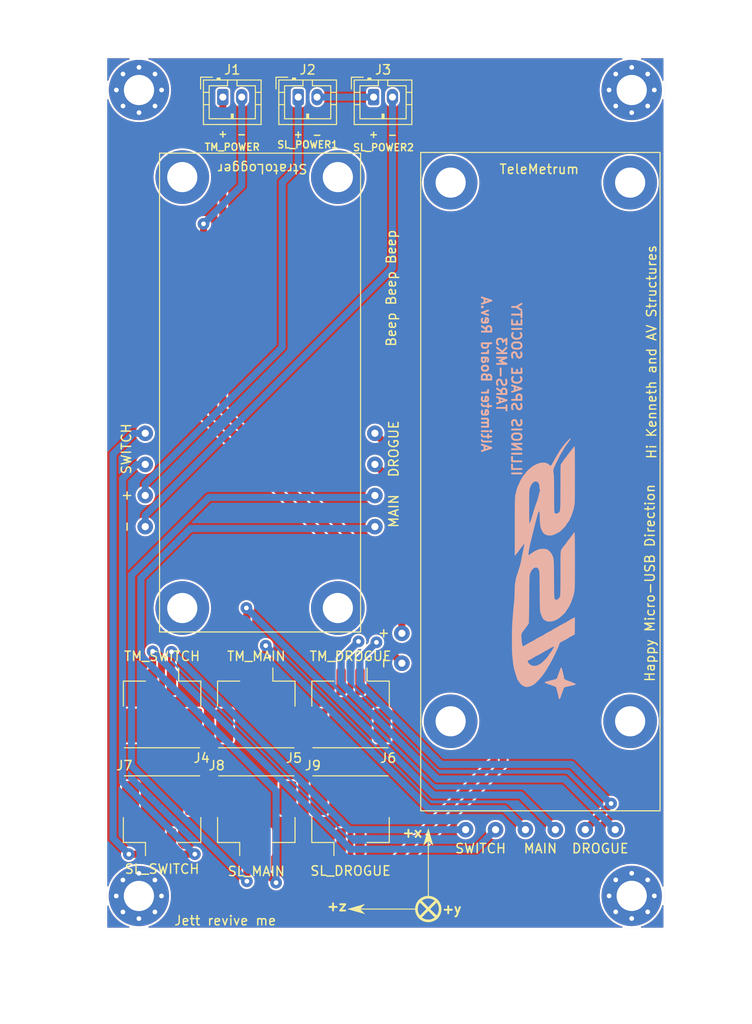
<source format=kicad_pcb>
(kicad_pcb (version 20211014) (generator pcbnew)
  (layers (0 "F.Cu" signal) (31 "B.Cu" signal) (34 "B.Paste" user) (35 "F.Paste" user) (36 "B.SilkS" user "B.Silkscreen") (37 "F.SilkS" user "F.Silkscreen") (38 "B.Mask" user) (39 "F.Mask" user) (44 "Edge.Cuts" user))
  (net 0 "")
  (net 1 "/TM_SWITCH_P")
  (net 2 "/TM_SWITCH_N")
  (net 3 "/TM_MAIN_P")
  (net 4 "/TM_MAIN_N")
  (net 5 "/TM_DROGUE_P")
  (net 6 "/TM_DROGUE_N")
  (net 7 "TM_POWER_POSITIVE")
  (net 8 "TM_POWER_NEGATIVE")
  (net 9 "/SL_DROGUE_P")
  (net 10 "/SL_DROGUE_N")
  (net 11 "/SL_SWITCH_P")
  (net 12 "/SL_SWITCH_N")
  (net 13 "SL_POWER_POSITIVE")
  (net 14 "SL_POWER_NEGATIVE")
  (net 15 "/SL_MAIN_P")
  (net 16 "/SL_MAIN_N")
  (net 17 "Net-(J2-Pad2)")
  (footprint "Connector_Molex:Molex_CLIK-Mate_502443-0270_1x02-1MP_P2.00mm_Vertical" (layer "F.Cu") (at 5.95 68.775 180)
    (fp_text reference "J4" (at -4.2 -5.6) (layer "F.SilkS"))
    (fp_text value "Conn_01x02_Female")
    (pad "1" smd roundrect (at -1 2.5 180) (size 1 2.9) (layers "F.Cu" "F.Paste" "F.Mask") (net 1 "/TM_SWITCH_P"))
    (pad "2" smd roundrect (at 1 2.5 180) (size 1 2.9) (layers "F.Cu" "F.Paste" "F.Mask") (net 2 "/TM_SWITCH_N"))
    (pad "MP" smd roundrect (at 3.35 -2.15 180) (size 1.8 3.6) (layers "F.Cu" "F.Paste" "F.Mask") (roundrect_rratio 0.1388888889))
    (pad "MP" smd roundrect (at -3.35 -2.15 180) (size 1.8 3.6) (layers "F.Cu" "F.Paste" "F.Mask") (roundrect_rratio 0.1388888889))
  )
  (footprint "Connector_Molex:Molex_CLIK-Mate_502443-0270_1x02-1MP_P2.00mm_Vertical" (layer "F.Cu") (at 25.95 68.775 180)
    (fp_text reference "J6" (at -4 -5.6) (layer "F.SilkS"))
    (fp_text value "Conn_01x02_Female")
    (pad "1" smd roundrect (at -1 2.5 180) (size 1 2.9) (layers "F.Cu" "F.Paste" "F.Mask") (net 5 "/TM_DROGUE_P"))
    (pad "2" smd roundrect (at 1 2.5 180) (size 1 2.9) (layers "F.Cu" "F.Paste" "F.Mask") (net 6 "/TM_DROGUE_N"))
    (pad "MP" smd roundrect (at -3.35 -2.15 180) (size 1.8 3.6) (layers "F.Cu" "F.Paste" "F.Mask") (roundrect_rratio 0.1388888889))
    (pad "MP" smd roundrect (at 3.35 -2.15 180) (size 1.8 3.6) (layers "F.Cu" "F.Paste" "F.Mask") (roundrect_rratio 0.1388888889))
  )
  (footprint "Connector_JST:JST_PH_B2B-PH-K_1x02_P2.00mm_Vertical" (layer "F.Cu") (at 28.4 4.25)
    (fp_text reference "J3" (at 1 -2.9) (layer "F.SilkS"))
    (fp_text value "Conn_01x02_Female")
    (pad "1" thru_hole roundrect (at 0 0) (size 1.2 1.75) (drill 0.75) (layers *.Cu *.Mask) (roundrect_rratio 0.2083333333) (net 17 "Net-(J2-Pad2)"))
    (pad "2" thru_hole oval (at 2 0) (size 1.2 1.75) (drill 0.75) (layers *.Cu *.Mask) (net 14 "SL_POWER_NEGATIVE"))
  )
  (footprint "MountingHole:MountingHole_3.2mm_M3_Pad_Via" (layer "F.Cu") (at 55.79 3.5)
    (fp_text reference "REF**" hide)
    (fp_text value "MountingHole_3.2mm_M3_Pad_Via")
    (pad "1" thru_hole circle locked (at 2.4 0) (size 0.8 0.8) (drill 0.5) (layers *.Cu *.Mask))
    (pad "1" thru_hole circle locked (at 0 0) (size 6.4 6.4) (drill 3.2) (layers *.Cu *.Mask))
    (pad "1" thru_hole circle locked (at 1.697056 -1.697056) (size 0.8 0.8) (drill 0.5) (layers *.Cu *.Mask))
    (pad "1" thru_hole circle locked (at 0 -2.4) (size 0.8 0.8) (drill 0.5) (layers *.Cu *.Mask))
    (pad "1" thru_hole circle locked (at -2.4 0) (size 0.8 0.8) (drill 0.5) (layers *.Cu *.Mask))
    (pad "1" thru_hole circle locked (at -1.697056 -1.697056) (size 0.8 0.8) (drill 0.5) (layers *.Cu *.Mask))
    (pad "1" thru_hole circle locked (at 1.697056 1.697056) (size 0.8 0.8) (drill 0.5) (layers *.Cu *.Mask))
    (pad "1" thru_hole circle locked (at 0 2.4) (size 0.8 0.8) (drill 0.5) (layers *.Cu *.Mask))
    (pad "1" thru_hole circle locked (at -1.697056 1.697056) (size 0.8 0.8) (drill 0.5) (layers *.Cu *.Mask))
  )
  (footprint "COTS_Altimeters:StratoLogger" (layer "F.Cu") (at 16.35 35.6 -90)
    (fp_text reference "A2" hide)
    (fp_text value "StratoLogger" (at -23.749 -0.254 180 unlocked) (layer "F.SilkS"))
    (fp_text user "+" (at 10.922 14.188 90) (layer "F.SilkS"))
    (fp_text user "DROGUE" (at 5.969 -14.188 90) (layer "F.SilkS"))
    (fp_text user "SWITCH" (at 5.969 14.188 90 unlocked) (layer "F.SilkS"))
    (fp_text user "-" (at 14.224 14.188 90) (layer "F.SilkS"))
    (fp_text user "MAIN" (at 12.573 -14.188 90) (layer "F.SilkS"))
    (pad "1" thru_hole circle locked (at 4.318 12.188 270) (size 1.66 1.66) (drill 0.762) (layers *.Cu *.Mask) (net 11 "/SL_SWITCH_P"))
    (pad "2" thru_hole circle locked (at 7.62 12.188 270) (size 1.66 1.66) (drill 0.762) (layers *.Cu *.Mask) (net 12 "/SL_SWITCH_N"))
    (pad "3" thru_hole circle locked (at 10.922 12.188 270) (size 1.66 1.66) (drill 0.762) (layers *.Cu *.Mask) (net 13 "SL_POWER_POSITIVE"))
    (pad "4" thru_hole circle locked (at 14.224 12.188 270) (size 1.66 1.66) (drill 0.762) (layers *.Cu *.Mask) (net 14 "SL_POWER_NEGATIVE"))
    (pad "5" thru_hole circle locked (at 4.318 -12.188 270) (size 1.66 1.66) (drill 0.762) (layers *.Cu *.Mask) (net 9 "/SL_DROGUE_P"))
    (pad "6" thru_hole circle locked (at 7.62 -12.188 270) (size 1.66 1.66) (drill 0.762) (layers *.Cu *.Mask) (net 10 "/SL_DROGUE_N"))
    (pad "7" thru_hole circle locked (at 10.922 -12.188 270) (size 1.66 1.66) (drill 0.762) (layers *.Cu *.Mask) (net 15 "/SL_MAIN_P"))
    (pad "8" thru_hole circle locked (at 14.224 -12.188 270) (size 1.66 1.66) (drill 0.762) (layers *.Cu *.Mask) (net 16 "/SL_MAIN_N"))
    (pad "~" connect circle locked (at -22.86 8.255 270) (size 5.7 5.7) (layers "F.Cu" "F.Mask"))
    (pad "~" thru_hole circle locked (at -22.86 -8.255 270) (size 3.6 3.6) (drill 3.2) (layers *.Cu *.Mask))
    (pad "~" connect circle locked (at 22.86 -8.255 270) (size 5.7 5.7) (layers "B.Cu" "B.Mask"))
    (pad "~" connect circle locked (at -22.86 -8.255 270) (size 5.7 5.7) (layers "F.Cu" "F.Mask"))
    (pad "~" thru_hole circle locked (at 22.86 8.255 270) (size 3.6 3.6) (drill 3.2) (layers *.Cu *.Mask))
    (pad "~" connect circle locked (at 22.86 8.255 270) (size 5.7 5.7) (layers "B.Cu" "B.Mask"))
    (pad "~" connect circle locked (at -22.86 8.255 270) (size 5.7 5.7) (layers "B.Cu" "B.Mask"))
    (pad "~" connect circle locked (at 22.86 -8.255 270) (size 5.7 5.7) (layers "F.Cu" "F.Mask"))
    (pad "~" thru_hole circle locked (at 22.86 -8.255 270) (size 3.6 3.6) (drill 3.2) (layers *.Cu *.Mask))
    (pad "~" connect circle locked (at -22.86 -8.255 270) (size 5.7 5.7) (layers "B.Cu" "B.Mask"))
    (pad "~" connect circle locked (at 22.86 8.255 270) (size 5.7 5.7) (layers "F.Cu" "F.Mask"))
    (pad "~" thru_hole circle locked (at -22.86 8.255 270) (size 3.6 3.6) (drill 3.2) (layers *.Cu *.Mask))
  )
  (footprint "Connector_JST:JST_PH_B2B-PH-K_1x02_P2.00mm_Vertical" (layer "F.Cu") (at 12.4 4.25)
    (fp_text reference "J1" (at 1 -2.9) (layer "F.SilkS"))
    (fp_text value "Conn_01x02_Female")
    (pad "1" thru_hole roundrect (at 0 0) (size 1.2 1.75) (drill 0.75) (layers *.Cu *.Mask) (roundrect_rratio 0.2083333333) (net 7 "TM_POWER_POSITIVE"))
    (pad "2" thru_hole oval (at 2 0) (size 1.2 1.75) (drill 0.75) (layers *.Cu *.Mask) (net 8 "TM_POWER_NEGATIVE"))
  )
  (footprint "Connector_Molex:Molex_CLIK-Mate_502443-0270_1x02-1MP_P2.00mm_Vertical" (layer "F.Cu") (at 15.95 68.775 180)
    (fp_text reference "J5" (at -4 -5.6) (layer "F.SilkS"))
    (fp_text value "Conn_01x02_Female")
    (pad "1" smd roundrect (at -1 2.5 180) (size 1 2.9) (layers "F.Cu" "F.Paste" "F.Mask") (net 3 "/TM_MAIN_P"))
    (pad "2" smd roundrect (at 1 2.5 180) (size 1 2.9) (layers "F.Cu" "F.Paste" "F.Mask") (net 4 "/TM_MAIN_N"))
    (pad "MP" smd roundrect (at 3.35 -2.15 180) (size 1.8 3.6) (layers "F.Cu" "F.Paste" "F.Mask") (roundrect_rratio 0.1388888889))
    (pad "MP" smd roundrect (at -3.35 -2.15 180) (size 1.8 3.6) (layers "F.Cu" "F.Paste" "F.Mask") (roundrect_rratio 0.1388888889))
  )
  (footprint "Connector_JST:JST_PH_B2B-PH-K_1x02_P2.00mm_Vertical" (layer "F.Cu") (at 20.4 4.25)
    (fp_text reference "J2" (at 1 -2.9) (layer "F.SilkS"))
    (fp_text value "Conn_01x02_Female")
    (pad "1" thru_hole roundrect (at 0 0) (size 1.2 1.75) (drill 0.75) (layers *.Cu *.Mask) (roundrect_rratio 0.2083333333) (net 13 "SL_POWER_POSITIVE"))
    (pad "2" thru_hole oval (at 2 0) (size 1.2 1.75) (drill 0.75) (layers *.Cu *.Mask) (net 17 "Net-(J2-Pad2)"))
  )
  (footprint "memes:axes-inverted" (layer "F.Cu") (at 30.6 86.8 90)
    (fp_text reference "G***" hide)
    (fp_text value "LOGO" hide)
  )
  (footprint "MountingHole:MountingHole_3.2mm_M3_Pad_Via" (layer "F.Cu") (at 3.5 3.5)
    (fp_text reference "REF**" hide)
    (fp_text value "MountingHole_3.2mm_M3_Pad_Via")
    (pad "1" thru_hole circle locked (at 0 2.4) (size 0.8 0.8) (drill 0.5) (layers *.Cu *.Mask))
    (pad "1" thru_hole circle locked (at 1.697056 1.697056) (size 0.8 0.8) (drill 0.5) (layers *.Cu *.Mask))
    (pad "1" thru_hole circle locked (at 1.697056 -1.697056) (size 0.8 0.8) (drill 0.5) (layers *.Cu *.Mask))
    (pad "1" thru_hole circle locked (at -1.697056 -1.697056) (size 0.8 0.8) (drill 0.5) (layers *.Cu *.Mask))
    (pad "1" thru_hole circle locked (at 0 0) (size 6.4 6.4) (drill 3.2) (layers *.Cu *.Mask))
    (pad "1" thru_hole circle locked (at 2.4 0) (size 0.8 0.8) (drill 0.5) (layers *.Cu *.Mask))
    (pad "1" thru_hole circle locked (at -1.697056 1.697056) (size 0.8 0.8) (drill 0.5) (layers *.Cu *.Mask))
    (pad "1" thru_hole circle locked (at 0 -2.4) (size 0.8 0.8) (drill 0.5) (layers *.Cu *.Mask))
    (pad "1" thru_hole circle locked (at -2.4 0) (size 0.8 0.8) (drill 0.5) (layers *.Cu *.Mask))
  )
  (footprint "Connector_Molex:Molex_CLIK-Mate_502443-0270_1x02-1MP_P2.00mm_Vertical" (layer "F.Cu") (at 25.95 80.775)
    (fp_text reference "J9" (at -4 -5.6) (layer "F.SilkS"))
    (fp_text value "Conn_01x02_Female")
    (pad "1" smd roundrect (at -1 2.5) (size 1 2.9) (layers "F.Cu" "F.Paste" "F.Mask") (net 9 "/SL_DROGUE_P"))
    (pad "2" smd roundrect (at 1 2.5) (size 1 2.9) (layers "F.Cu" "F.Paste" "F.Mask") (net 10 "/SL_DROGUE_N"))
    (pad "MP" smd roundrect (at -3.35 -2.15) (size 1.8 3.6) (layers "F.Cu" "F.Paste" "F.Mask") (roundrect_rratio 0.1388888889))
    (pad "MP" smd roundrect (at 3.35 -2.15) (size 1.8 3.6) (layers "F.Cu" "F.Paste" "F.Mask") (roundrect_rratio 0.1388888889))
  )
  (footprint "Connector_Molex:Molex_CLIK-Mate_502443-0270_1x02-1MP_P2.00mm_Vertical" (layer "F.Cu") (at 15.95 80.775)
    (fp_text reference "J8" (at -4.2 -5.6) (layer "F.SilkS"))
    (fp_text value "Conn_01x02_Female")
    (pad "1" smd roundrect (at -1 2.5) (size 1 2.9) (layers "F.Cu" "F.Paste" "F.Mask") (net 15 "/SL_MAIN_P"))
    (pad "2" smd roundrect (at 1 2.5) (size 1 2.9) (layers "F.Cu" "F.Paste" "F.Mask") (net 16 "/SL_MAIN_N"))
    (pad "MP" smd roundrect (at 3.35 -2.15) (size 1.8 3.6) (layers "F.Cu" "F.Paste" "F.Mask") (roundrect_rratio 0.1388888889))
    (pad "MP" smd roundrect (at -3.35 -2.15) (size 1.8 3.6) (layers "F.Cu" "F.Paste" "F.Mask") (roundrect_rratio 0.1388888889))
  )
  (footprint "Connector_Molex:Molex_CLIK-Mate_502443-0270_1x02-1MP_P2.00mm_Vertical" (layer "F.Cu") (at 5.95 80.775)
    (fp_text reference "J7" (at -4 -5.6) (layer "F.SilkS"))
    (fp_text value "Conn_01x02_Female")
    (pad "1" smd roundrect (at -1 2.5) (size 1 2.9) (layers "F.Cu" "F.Paste" "F.Mask") (net 11 "/SL_SWITCH_P"))
    (pad "2" smd roundrect (at 1 2.5) (size 1 2.9) (layers "F.Cu" "F.Paste" "F.Mask") (net 12 "/SL_SWITCH_N"))
    (pad "MP" smd roundrect (at 3.35 -2.15) (size 1.8 3.6) (layers "F.Cu" "F.Paste" "F.Mask") (roundrect_rratio 0.1388888889))
    (pad "MP" smd roundrect (at -3.35 -2.15) (size 1.8 3.6) (layers "F.Cu" "F.Paste" "F.Mask") (roundrect_rratio 0.1388888889))
  )
  (footprint "COTS_Altimeters:TeleMetrum" (layer "F.Cu") (at 46.1 45.05 90)
    (fp_text reference "A1")
    (fp_text value "TeleMetrum" (at 33.147 -0.127) (layer "F.SilkS"))
    (fp_text user "DROGUE" (at -38.925 6.35) (layer "F.SilkS"))
    (fp_text user "+" (at -16.0909 -16.7 90) (layer "F.SilkS"))
    (fp_text user "MAIN" (at -38.925 0) (layer "F.SilkS"))
    (fp_text user "-" (at -19.2659 -16.7 90) (layer "F.SilkS"))
    (fp_text user "SWITCH" (at -38.925 -6.35) (layer "F.SilkS"))
    (pad "1" thru_hole circle locked (at -16.0909 -14.7 90) (size 1.66 1.66) (drill 0.762) (layers *.Cu *.Mask) (net 7 "TM_POWER_POSITIVE"))
    (pad "2" thru_hole circle locked (at -19.2659 -14.7 90) (size 1.66 1.66) (drill 0.762) (layers *.Cu *.Mask) (net 8 "TM_POWER_NEGATIVE"))
    (pad "3" thru_hole circle locked (at -36.925 -7.9375 90) (size 1.66 1.66) (drill 0.762) (layers *.Cu *.Mask) (net 1 "/TM_SWITCH_P"))
    (pad "4" thru_hole circle locked (at -36.925 -4.7625 90) (size 1.66 1.66) (drill 0.762) (layers *.Cu *.Mask) (net 2 "/TM_SWITCH_N"))
    (pad "5" thru_hole circle locked (at -36.925 -1.5875 90) (size 1.66 1.66) (drill 0.762) (layers *.Cu *.Mask) (net 3 "/TM_MAIN_P"))
    (pad "6" thru_hole circle locked (at -36.925 1.5875 90) (size 1.66 1.66) (drill 0.762) (layers *.Cu *.Mask) (net 4 "/TM_MAIN_N"))
    (pad "7" thru_hole circle locked (at -36.925 4.7625 90) (size 1.66 1.66) (drill 0.762) (layers *.Cu *.Mask) (net 5 "/TM_DROGUE_P"))
    (pad "8" thru_hole circle locked (at -36.925 7.9375 90) (size 1.66 1.66) (drill 0.762) (layers *.Cu *.Mask) (net 6 "/TM_DROGUE_N"))
    (pad "~" connect circle locked (at -25.4254 -9.525 90) (size 5.7 5.7) (layers "F.Cu" "F.Mask"))
    (pad "~" thru_hole circle locked (at -25.4254 -9.525 90) (size 3.6 3.6) (drill 3.2) (layers *.Cu *.Mask))
    (pad "~" connect circle locked (at -25.4254 -9.525 90) (size 5.7 5.7) (layers "B.Cu" "B.Mask"))
    (pad "~" connect circle locked (at 31.7246 -9.525 90) (size 5.7 5.7) (layers "F.Cu" "F.Mask"))
    (pad "~" thru_hole circle locked (at 31.7246 9.525 90) (size 3.6 3.6) (drill 3.2) (layers *.Cu *.Mask))
    (pad "~" connect circle locked (at 31.7246 9.525 90) (size 5.7 5.7) (layers "B.Cu" "B.Mask"))
    (pad "~" thru_hole circle locked (at -25.4254 9.525 90) (size 3.6 3.6) (drill 3.2) (layers *.Cu *.Mask))
    (pad "~" connect circle locked (at 31.7246 9.525 90) (size 5.7 5.7) (layers "F.Cu" "F.Mask"))
    (pad "~" connect circle locked (at 31.7246 -9.525 90) (size 5.7 5.7) (layers "B.Cu" "B.Mask"))
    (pad "~" thru_hole circle locked (at 31.7246 -9.525 90) (size 3.6 3.6) (drill 3.2) (layers *.Cu *.Mask))
    (pad "~" connect circle locked (at -25.4254 9.525 90) (size 5.7 5.7) (layers "F.Cu" "F.Mask"))
    (pad "~" connect circle locked (at -25.4254 9.525 90) (size 5.7 5.7) (layers "B.Cu" "B.Mask"))
  )
  (footprint "MountingHole:MountingHole_3.2mm_M3_Pad_Via" (layer "F.Cu") (at 3.49 89.01)
    (fp_text reference "REF**" hide)
    (fp_text value "MountingHole_3.2mm_M3_Pad_Via")
    (pad "1" thru_hole circle locked (at -1.697056 -1.697056) (size 0.8 0.8) (drill 0.5) (layers *.Cu *.Mask))
    (pad "1" thru_hole circle locked (at 2.4 0) (size 0.8 0.8) (drill 0.5) (layers *.Cu *.Mask))
    (pad "1" thru_hole circle locked (at -1.697056 1.697056) (size 0.8 0.8) (drill 0.5) (layers *.Cu *.Mask))
    (pad "1" thru_hole circle locked (at 0 2.4) (size 0.8 0.8) (drill 0.5) (layers *.Cu *.Mask))
    (pad "1" thru_hole circle locked (at -2.4 0) (size 0.8 0.8) (drill 0.5) (layers *.Cu *.Mask))
    (pad "1" thru_hole circle locked (at 1.697056 -1.697056) (size 0.8 0.8) (drill 0.5) (layers *.Cu *.Mask))
    (pad "1" thru_hole circle locked (at 1.697056 1.697056) (size 0.8 0.8) (drill 0.5) (layers *.Cu *.Mask))
    (pad "1" thru_hole circle locked (at 0 -2.4) (size 0.8 0.8) (drill 0.5) (layers *.Cu *.Mask))
    (pad "1" thru_hole circle locked (at 0 0) (size 6.4 6.4) (drill 3.2) (layers *.Cu *.Mask))
  )
  (footprint "MountingHole:MountingHole_3.2mm_M3_Pad_Via" (layer "F.Cu") (at 55.79 89)
    (fp_text reference "REF**" hide)
    (fp_text value "MountingHole_3.2mm_M3_Pad_Via")
    (pad "1" thru_hole circle locked (at -1.697056 -1.697056) (size 0.8 0.8) (drill 0.5) (layers *.Cu *.Mask))
    (pad "1" thru_hole circle locked (at 2.4 0) (size 0.8 0.8) (drill 0.5) (layers *.Cu *.Mask))
    (pad "1" thru_hole circle locked (at -2.4 0) (size 0.8 0.8) (drill 0.5) (layers *.Cu *.Mask))
    (pad "1" thru_hole circle locked (at 1.697056 -1.697056) (size 0.8 0.8) (drill 0.5) (layers *.Cu *.Mask))
    (pad "1" thru_hole circle locked (at 0 0) (size 6.4 6.4) (drill 3.2) (layers *.Cu *.Mask))
    (pad "1" thru_hole circle locked (at -1.697056 1.697056) (size 0.8 0.8) (drill 0.5) (layers *.Cu *.Mask))
    (pad "1" thru_hole circle locked (at 1.697056 1.697056) (size 0.8 0.8) (drill 0.5) (layers *.Cu *.Mask))
    (pad "1" thru_hole circle locked (at 0 2.4) (size 0.8 0.8) (drill 0.5) (layers *.Cu *.Mask))
    (pad "1" thru_hole circle locked (at 0 -2.4) (size 0.8 0.8) (drill 0.5) (layers *.Cu *.Mask))
  )
  (footprint "ISS_LOGO:ISS_LOGO_extreme small" (layer "B.Cu") (at 46.386798 54.731973 90)
    (fp_text reference "G***" hide)
    (fp_text value "LOGO" hide)
  )
  (gr_circle (center 3.5 3.5) (end 5.1 3.5) (layer "Edge.Cuts") (width 0.01) (fill none))
  (gr_rect (start 0 0) (end 59.29 92.5) (layer "Edge.Cuts") (width 0.01) (fill none))
  (gr_circle (center 55.79 3.5) (end 57.39 3.5) (layer "Edge.Cuts") (width 0.01) (fill none))
  (gr_circle (center 3.5 89) (end 5.1 89) (layer "Edge.Cuts") (width 0.01) (fill none))
  (gr_circle (center 55.79 89) (end 57.39 89) (layer "Edge.Cuts") (width 0.01) (fill none))
  (gr_text "TARS-MK3\nAltimeter Board Rev.A" (at 41.143562 33.652852 -90) (layer "B.SilkS") (effects (font (size 1 1) (thickness 0.2)) (justify mirror)))
  (gr_text "ILLINOIS SPACE SOCIETY" (at 43.543562 35.252852 -90) (layer "B.SilkS") (effects (font (size 1 1) (thickness 0.2)) (justify mirror)))
  (gr_text "SL_POWER1" (at 21.4 9.3) (layer "F.SilkS") (effects (font (size 0.75 0.75))))
  (gr_text "SL_MAIN" (at 15.95 86.4) (layer "F.SilkS") (effects (font (size 1 1))))
  (gr_text "+" (at 12.4 8.15) (layer "F.SilkS") (effects (font (size 0.75 0.75))))
  (gr_text "+x" (at 32.5 82.3) (layer "F.SilkS") (effects (font (size 1 1) (thickness 0.2))))
  (gr_text "Beep Beep Beep" (at 30.275 24.525 90) (layer "F.SilkS") (effects (font (size 1 1))))
  (gr_text "TM_POWER" (at 13.4 9.55) (layer "F.SilkS") (effects (font (size 0.75 0.75))))
  (gr_text "Happy Micro-USB Direction" (at 57.725 55.8 90) (layer "F.SilkS") (effects (font (size 1 1))))
  (gr_text "-" (at 22.4 8.25) (layer "F.SilkS") (effects (font (size 0.75 0.75))))
  (gr_text "Jett revive me" (at 12.65 91.625) (layer "F.SilkS") (effects (font (size 1 1))))
  (gr_text "SL_POWER2" (at 29.45 9.6) (layer "F.SilkS") (effects (font (size 0.75 0.75))))
  (gr_text "SL_SWITCH" (at 5.95 86.15) (layer "F.SilkS") (effects (font (size 1 1))))
  (gr_text "Hi Kenneth and AV Structures" (at 57.9 31.3 90) (layer "F.SilkS") (effects (font (size 1 1))))
  (gr_text "TM_SWITCH" (at 5.95 63.575) (layer "F.SilkS") (effects (font (size 1 1))))
  (gr_text "SL_DROGUE" (at 25.95 86.35) (layer "F.SilkS") (effects (font (size 1 1))))
  (gr_text "-" (at 30.4 8.25) (layer "F.SilkS") (effects (font (size 0.75 0.75))))
  (gr_text "+z" (at 24.5 90.1) (layer "F.SilkS") (effects (font (size 1 1) (thickness 0.2))))
  (gr_text "+" (at 28.4 8.2) (layer "F.SilkS") (effects (font (size 0.75 0.75))))
  (gr_text "+" (at 20.4 8.2) (layer "F.SilkS") (effects (font (size 0.75 0.75))))
  (gr_text "-" (at 14.4 8.2) (layer "F.SilkS") (effects (font (size 0.75 0.75))))
  (gr_text "TM_MAIN" (at 15.95 63.575) (layer "F.SilkS") (effects (font (size 1 1))))
  (gr_text "+y" (at 36.7 90.4) (layer "F.SilkS") (effects (font (size 1 1) (thickness 0.2))))
  (gr_text "TM_DROGUE" (at 25.95 63.575) (layer "F.SilkS") (effects (font (size 1 1))))
  (segment (start 6.95 63.1) (end 6.95 66.275) (width 0.75) (layer "F.Cu") (net 1))
  (via (at 6.95 63.1) (size 1.25) (drill 0.5) (layers "F.Cu" "B.Cu") (net 1))
  (segment (start 38.1625 81.975) (end 25.825 81.975) (width 0.75) (layer "B.Cu") (net 1))
  (segment (start 25.825 81.975) (end 6.95 63.1) (width 0.75) (layer "B.Cu") (net 1))
  (segment (start 4.95 66.275) (end 4.95 63.05) (width 0.75) (layer "F.Cu") (net 2))
  (via (at 4.95 63.05) (size 1.25) (drill 0.5) (layers "F.Cu" "B.Cu") (net 2))
  (segment (start 4.95 63.05) (end 25.95 84.05) (width 0.75) (layer "B.Cu") (net 2))
  (segment (start 39.2625 84.05) (end 41.3375 81.975) (width 0.75) (layer "B.Cu") (net 2))
  (segment (start 25.95 84.05) (end 39.2625 84.05) (width 0.75) (layer "B.Cu") (net 2))
  (segment (start 16.95 66.275) (end 16.95 62.45) (width 0.75) (layer "F.Cu") (net 3))
  (via (at 16.95 62.45) (size 1.25) (drill 0.5) (layers "F.Cu" "B.Cu") (net 3))
  (segment (start 34.25 79.75) (end 42.2875 79.75) (width 0.75) (layer "B.Cu") (net 3))
  (segment (start 42.2875 79.75) (end 44.5125 81.975) (width 0.75) (layer "B.Cu") (net 3))
  (segment (start 16.95 62.45) (end 34.25 79.75) (width 0.75) (layer "B.Cu") (net 3))
  (segment (start 14.95 58.5) (end 14.9 58.45) (width 0.75) (layer "F.Cu") (net 4))
  (segment (start 14.95 66.275) (end 14.95 58.5) (width 0.75) (layer "F.Cu") (net 4))
  (via (at 14.9 58.45) (size 1.25) (drill 0.5) (layers "F.Cu" "B.Cu") (net 4))
  (segment (start 14.9 58.45) (end 34.75 78.3) (width 0.75) (layer "B.Cu") (net 4))
  (segment (start 34.75 78.3) (end 44.0125 78.3) (width 0.75) (layer "B.Cu") (net 4))
  (segment (start 44.0125 78.3) (end 47.6875 81.975) (width 0.75) (layer "B.Cu") (net 4))
  (segment (start 53.6 79.2) (end 53.6 79.2375) (width 0.75) (layer "F.Cu") (net 5))
  (segment (start 53.6 79.2375) (end 50.8625 81.975) (width 0.75) (layer "F.Cu") (net 5))
  (segment (start 28.7 62.1) (end 26.95 63.85) (width 0.75) (layer "F.Cu") (net 5))
  (segment (start 26.95 63.85) (end 26.95 66.275) (width 0.75) (layer "F.Cu") (net 5))
  (via (at 53.6 79.2) (size 1.25) (drill 0.5) (layers "F.Cu" "B.Cu") (net 5))
  (via (at 28.7 62.1) (size 1.25) (drill 0.5) (layers "F.Cu" "B.Cu") (net 5))
  (segment (start 28.7 62.1) (end 26.95 63.85) (width 0.75) (layer "B.Cu") (net 5))
  (segment (start 49.4 75.05) (end 53.55 79.2) (width 0.75) (layer "B.Cu") (net 5))
  (segment (start 35.55 75.05) (end 49.4 75.05) (width 0.75) (layer "B.Cu") (net 5))
  (segment (start 26.95 66.45) (end 35.55 75.05) (width 0.75) (layer "B.Cu") (net 5))
  (segment (start 26.95 63.85) (end 26.95 66.45) (width 0.75) (layer "B.Cu") (net 5))
  (segment (start 53.55 79.2) (end 53.6 79.2) (width 0.75) (layer "B.Cu") (net 5))
  (segment (start 24.95 63.85) (end 24.95 66.275) (width 0.75) (layer "F.Cu") (net 6))
  (segment (start 26.8 62) (end 24.95 63.85) (width 0.75) (layer "F.Cu") (net 6))
  (via (at 26.8 62) (size 1.25) (drill 0.5) (layers "F.Cu" "B.Cu") (net 6))
  (segment (start 48.6625 76.6) (end 54.0375 81.975) (width 0.75) (layer "B.Cu") (net 6))
  (segment (start 35.15 76.6) (end 48.6625 76.6) (width 0.75) (layer "B.Cu") (net 6))
  (segment (start 24.95 63.85) (end 24.95 66.4) (width 0.75) (layer "B.Cu") (net 6))
  (segment (start 24.95 66.4) (end 35.15 76.6) (width 0.75) (layer "B.Cu") (net 6))
  (segment (start 26.8 62) (end 24.95 63.85) (width 0.75) (layer "B.Cu") (net 6))
  (segment (start 31.4 56.4) (end 31.4 61.1409) (width 0.75) (layer "F.Cu") (net 7))
  (segment (start 12.4 4.25) (end 12.4 37.4) (width 0.75) (layer "F.Cu") (net 7))
  (segment (start 12.4 37.4) (end 31.4 56.4) (width 0.75) (layer "F.Cu") (net 7))
  (segment (start 31.4 64.3159) (end 29.995489 62.911389) (width 0.75) (layer "F.Cu") (net 8))
  (segment (start 10.35 38.15) (end 10.35 17.7) (width 0.75) (layer "F.Cu") (net 8))
  (segment (start 29.995489 62.911389) (end 29.995489 57.795489) (width 0.75) (layer "F.Cu") (net 8))
  (segment (start 29.995489 57.795489) (end 10.35 38.15) (width 0.75) (layer "F.Cu") (net 8))
  (via (at 10.35 17.7) (size 1.25) (drill 0.5) (layers "F.Cu" "B.Cu") (net 8))
  (segment (start 14.4 13.65) (end 14.4 4.25) (width 0.75) (layer "B.Cu") (net 8))
  (segment (start 10.35 17.7) (end 14.4 13.65) (width 0.75) (layer "B.Cu") (net 8))
  (segment (start 29.492824 87.7) (end 42.14952 75.043304) (width 0.75) (layer "F.Cu") (net 9))
  (segment (start 24.95 86.25) (end 26.4 87.7) (width 0.75) (layer "F.Cu") (net 9))
  (segment (start 24.95 83.275) (end 24.95 86.25) (width 0.75) (layer "F.Cu") (net 9))
  (segment (start 42.14952 53.52952) (end 28.538 39.918) (width 0.75) (layer "F.Cu") (net 9))
  (segment (start 26.4 87.7) (end 29.492824 87.7) (width 0.75) (layer "F.Cu") (net 9))
  (segment (start 42.14952 75.043304) (end 42.14952 53.52952) (width 0.75) (layer "F.Cu") (net 9))
  (segment (start 41.2 55.882) (end 28.538 43.22) (width 0.75) (layer "F.Cu") (net 10))
  (segment (start 29.5 86.35) (end 41.2 74.65) (width 0.75) (layer "F.Cu") (net 10))
  (segment (start 41.2 74.65) (end 41.2 55.882) (width 0.75) (layer "F.Cu") (net 10))
  (segment (start 27.65 86.35) (end 29.5 86.35) (width 0.75) (layer "F.Cu") (net 10))
  (segment (start 26.95 85.65) (end 27.65 86.35) (width 0.75) (layer "F.Cu") (net 10))
  (segment (start 26.95 83.275) (end 26.95 85.65) (width 0.75) (layer "F.Cu") (net 10))
  (segment (start 3.65 84.575) (end 4.95 83.275) (width 0.75) (layer "F.Cu") (net 11))
  (segment (start 2.425 84.575) (end 3.65 84.575) (width 0.75) (layer "F.Cu") (net 11))
  (via (at 2.425 84.575) (size 1.25) (drill 0.5) (layers "F.Cu" "B.Cu") (net 11))
  (segment (start 2.962 39.918) (end 4.162 39.918) (width 0.75) (layer "B.Cu") (net 11))
  (segment (start 2.425 84.575) (end 0.75 82.9) (width 0.75) (layer "B.Cu") (net 11))
  (segment (start 0.75 42.13) (end 2.962 39.918) (width 0.75) (layer "B.Cu") (net 11))
  (segment (start 0.75 82.9) (end 0.75 42.13) (width 0.75) (layer "B.Cu") (net 11))
  (segment (start 9.425 84.575) (end 7.85 84.575) (width 0.75) (layer "F.Cu") (net 12))
  (segment (start 6.95 83.675) (end 6.95 83.275) (width 0.75) (layer "F.Cu") (net 12))
  (segment (start 7.85 84.575) (end 6.95 83.675) (width 0.75) (layer "F.Cu") (net 12))
  (via (at 9.425 84.575) (size 1.25) (drill 0.5) (layers "F.Cu" "B.Cu") (net 12))
  (segment (start 1.75048 44.74952) (end 3.28 43.22) (width 0.75) (layer "B.Cu") (net 12))
  (segment (start 9.425 84.575) (end 9.4 84.575) (width 0.75) (layer "B.Cu") (net 12))
  (segment (start 3.28 43.22) (end 4.162 43.22) (width 0.75) (layer "B.Cu") (net 12))
  (segment (start 9.4 84.575) (end 1.75048 76.92548) (width 0.75) (layer "B.Cu") (net 12))
  (segment (start 1.75048 76.92548) (end 1.75048 44.74952) (width 0.75) (layer "B.Cu") (net 12))
  (segment (start 4.162 46.522) (end 4.162 45.322) (width 0.75) (layer "B.Cu") (net 13))
  (segment (start 20.4 11.6) (end 20.4 4.25) (width 0.75) (layer "B.Cu") (net 13))
  (segment (start 18.7 30.784) (end 18.7 13.3) (width 0.75) (layer "B.Cu") (net 13))
  (segment (start 18.7 13.3) (end 20.4 11.6) (width 0.75) (layer "B.Cu") (net 13))
  (segment (start 4.162 45.322) (end 18.7 30.784) (width 0.75) (layer "B.Cu") (net 13))
  (segment (start 30.4 3.975) (end 30.3992 3.9742) (width 0.75) (layer "F.Cu") (net 14))
  (segment (start 30.4 22.386) (end 4.162 48.624) (width 0.75) (layer "B.Cu") (net 14))
  (segment (start 4.162 48.624) (end 4.162 49.824) (width 0.75) (layer "B.Cu") (net 14))
  (segment (start 30.4 4.25) (end 30.4 22.386) (width 0.75) (layer "B.Cu") (net 14))
  (segment (start 14.95 83.275) (end 14.95 87.45) (width 0.75) (layer "F.Cu") (net 15))
  (via (at 14.95 87.45) (size 1.25) (drill 0.5) (layers "F.Cu" "B.Cu") (net 15))
  (segment (start 10.928 46.722) (end 28.338 46.722) (width 0.75) (layer "B.Cu") (net 15))
  (segment (start 14.95 87.45) (end 2.7 75.2) (width 0.75) (layer "B.Cu") (net 15))
  (segment (start 2.7 75.2) (end 2.7 54.95) (width 0.75) (layer "B.Cu") (net 15))
  (segment (start 28.338 46.722) (end 28.538 46.522) (width 0.75) (layer "B.Cu") (net 15))
  (segment (start 2.7 54.95) (end 10.928 46.722) (width 0.75) (layer "B.Cu") (net 15))
  (segment (start 16.95 83.275) (end 16.95 86.5) (width 0.75) (layer "F.Cu") (net 16))
  (segment (start 16.95 86.5) (end 18.05 87.6) (width 0.75) (layer "F.Cu") (net 16))
  (via (at 18.05 87.6) (size 1.25) (drill 0.5) (layers "F.Cu" "B.Cu") (net 16))
  (segment (start 18.05 87.6) (end 18.05 77.846366) (width 0.75) (layer "B.Cu") (net 16))
  (segment (start 8.968824 50.024) (end 28.338 50.024) (width 0.75) (layer "B.Cu") (net 16))
  (segment (start 18.05 77.846366) (end 3.7 63.496366) (width 0.75) (layer "B.Cu") (net 16))
  (segment (start 3.7 55.292824) (end 8.968824 50.024) (width 0.75) (layer "B.Cu") (net 16))
  (segment (start 3.7 63.496366) (end 3.7 55.292824) (width 0.75) (layer "B.Cu") (net 16))
  (segment (start 28.338 50.024) (end 28.538 49.824) (width 0.75) (layer "B.Cu") (net 16))
  (segment (start 22.4 4.25) (end 28.4 4.25) (width 0.75) (layer "B.Cu") (net 17))
  (zone (net 0) (net_name "") (layers F&B.Cu) (connect_pads (clearance 0.13)) (min_thickness 0.13) (fill yes (thermal_gap 0.508) (thermal_bridge_width 0.508))
    (polygon (pts (xy 67.4 -4.25) (xy 66 102.6) (xy -5.75 101.8) (xy -11.25 -6.05)))
  )
)
</source>
